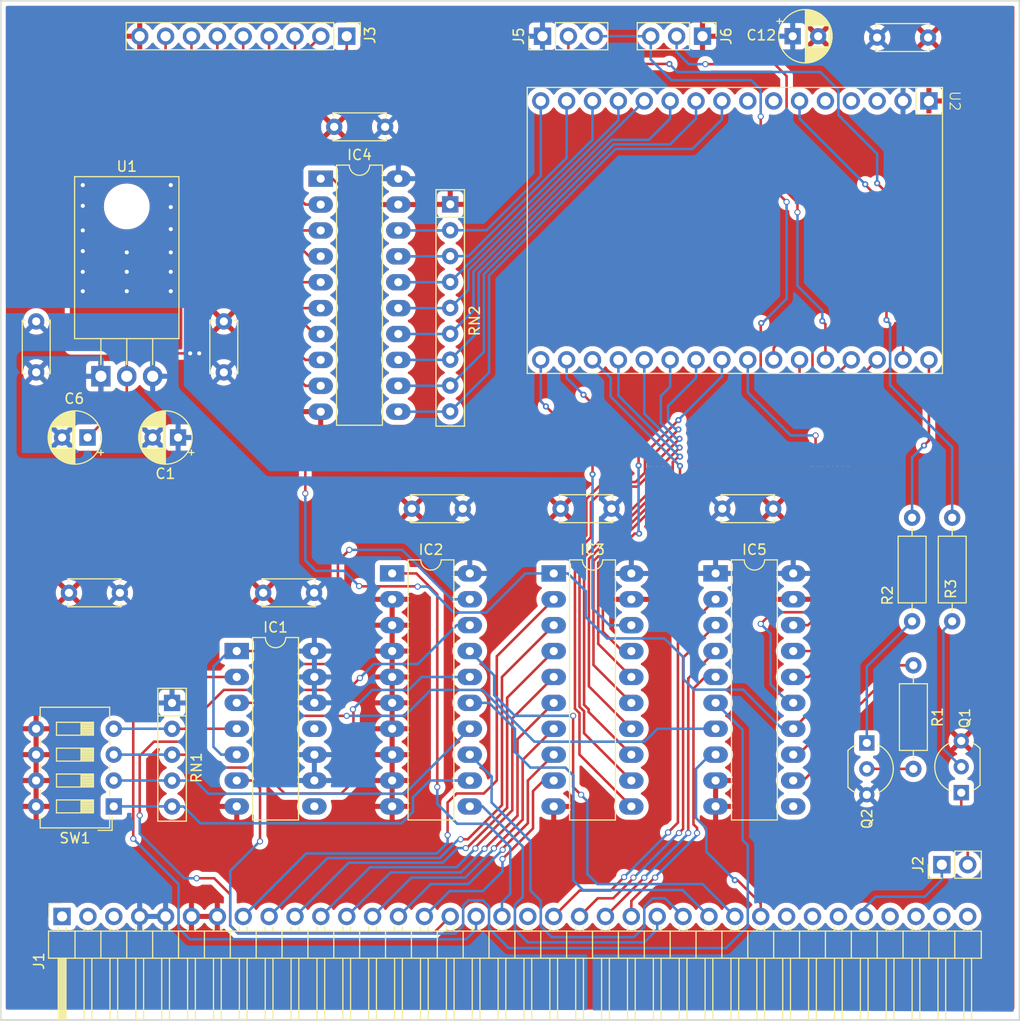
<source format=kicad_pcb>
(kicad_pcb (version 20221018) (generator pcbnew)
  (title_block (title "NKC-Ethernet") (rev "2.0") (company "AVG"))
  (layers (0 "F.Cu" signal) (31 "B.Cu" signal) (34 "B.Paste" user) (35 "F.Paste" user) (36 "B.SilkS" user "B.Silkscreen") (37 "F.SilkS" user "F.Silkscreen") (38 "B.Mask" user) (39 "F.Mask" user) (44 "Edge.Cuts" user))
  (net 0 "")
  (net 1 "GND")
  (net 2 "Net-(IC3-B0)")
  (net 3 "+3V3")
  (net 4 "Net-(IC3-B1)")
  (net 6 "Net-(IC3-B2)")
  (net 8 "Net-(IC3-B3)")
  (net 10 "Net-(IC3-B4)")
  (net 11 "Net-(U2-IRQ0)")
  (net 12 "Net-(IC3-B5)")
  (net 14 "Net-(IC3-B6)")
  (net 16 "Net-(IC3-B7)")
  (net 17 "Net-(IC4-B7)")
  (net 18 "Net-(IC5-B3)")
  (net 19 "Net-(IC4-B6)")
  (net 20 "Net-(IC5-B2)")
  (net 21 "Net-(IC4-B5)")
  (net 22 "Net-(IC5-B1)")
  (net 23 "Net-(IC4-B4)")
  (net 24 "Net-(J6-Pin_2)")
  (net 25 "Net-(IC4-B3)")
  (net 26 "Net-(IC3-A->B)")
  (net 27 "Net-(IC4-B2)")
  (net 28 "Net-(IC5-B5)")
  (net 29 "Net-(IC4-B1)")
  (net 30 "Net-(J5-Pin_2)")
  (net 31 "Net-(IC4-B0)")
  (net 32 "Net-(U2-RESET)")
  (net 33 "/{slash}RESET")
  (net 34 "Net-(IC5-B6)")
  (net 35 "VCC")
  (net 36 "Net-(Q1-B)")
  (net 37 "Net-(IC2-R7)")
  (net 38 "Net-(IC2-R6)")
  (net 39 "Net-(IC2-R5)")
  (net 40 "Net-(IC2-R4)")
  (net 41 "Net-(J2-Pin_2)")
  (net 42 "/{slash}IORQ")
  (net 43 "/A4")
  (net 44 "/A5")
  (net 45 "/A6")
  (net 46 "/A7")
  (net 47 "Net-(IC2-P=R)")
  (net 48 "/{slash}RD")
  (net 49 "/D0")
  (net 50 "/D1")
  (net 51 "/D2")
  (net 52 "/D3")
  (net 53 "/D4")
  (net 54 "/D5")
  (net 55 "/D6")
  (net 56 "/D7")
  (net 57 "/D8")
  (net 58 "/D9")
  (net 59 "/D10")
  (net 60 "/D11")
  (net 61 "/D12")
  (net 62 "/D13")
  (net 63 "/D14")
  (net 64 "/D15")
  (net 66 "/A0")
  (net 67 "/A1")
  (net 68 "/A2")
  (net 69 "/A3")
  (net 70 "Net-(IC5-A4)")
  (net 71 "Net-(IC5-A5)")
  (net 72 "Net-(IC5-B0)")
  (net 74 "/{slash}WR")
  (net 83 "/{slash}INT")
  (net 88 "Net-(Q2-B)")
  (net 89 "Net-(Q2-C)")
  (footprint "Package_TO_SOT_THT:TO-92_Inline_Wide" (layer "F.Cu") (at 122.174 158.242 -90)
    (fp_text reference "Q2")
    (fp_text value "BC557")
  )
  (footprint "Connector_PinHeader_2.54mm:PinHeader_1x03_P2.54mm_Vertical" (layer "F.Cu") (at 90.3374 88.9 90)
    (fp_text reference "J5")
    (fp_text value "SBHE_Jumper")
  )
  (footprint "Connector_PinHeader_2.54mm:PinHeader_1x02_P2.54mm_Vertical" (layer "F.Cu") (at 129.54 170.18 90)
    (fp_text reference "J2")
    (fp_text value "Jumper")
  )
  (footprint "Resistor_THT:R_Axial_DIN0207_L6.3mm_D2.5mm_P10.16mm_Horizontal" (layer "F.Cu") (at 126.619 136.144 -90)
    (fp_text reference "R2")
    (fp_text value "220")
  )
  (footprint "Resistor_THT:R_Axial_DIN0207_L6.3mm_D2.5mm_P10.16mm_Horizontal" (layer "F.Cu") (at 126.746 150.622 -90)
    (fp_text reference "R1")
    (fp_text value "1k")
  )
  (footprint "Housings_DIP:DIP-20_W7.62mm_LongPads" (layer "F.Cu") (at 107.33 141.605)
    (fp_text reference "IC5")
    (fp_text value "74LVC245")
  )
  (footprint "Capacitor_THT:C_Disc_D5.0mm_W2.5mm_P5.00mm" (layer "F.Cu") (at 48.855 143.51 180)
    (fp_text reference "C2" hide)
    (fp_text value "100nF")
  )
  (footprint "Capacitor_THT:C_Disc_D5.0mm_W2.5mm_P5.00mm" (layer "F.Cu") (at 40.64 116.88 -90)
    (fp_text reference "C11" hide)
    (fp_text value "100nF")
  )
  (footprint "Capacitor_THT:C_Disc_D5.0mm_W2.5mm_P5.00mm" (layer "F.Cu") (at 59.055 121.88 90)
    (fp_text reference "C10" hide)
    (fp_text value "100nF")
  )
  (footprint "Capacitor_THT:C_Disc_D5.0mm_W2.5mm_P5.00mm" (layer "F.Cu") (at 123.19 89.027)
    (fp_text reference "C5" hide)
    (fp_text value "100nF")
  )
  (footprint "Capacitor_THT:CP_Radial_D5.0mm_P2.50mm" (layer "F.Cu") (at 54.57 128.27 180)
    (fp_text reference "C1")
    (fp_text value "10µF")
  )
  (footprint "Capacitor_THT:C_Disc_D5.0mm_W2.5mm_P5.00mm" (layer "F.Cu") (at 112.99 135.255 180)
    (fp_text reference "C8" hide)
    (fp_text value "100nF")
  )
  (footprint "Capacitor_THT:C_Disc_D5.0mm_W2.5mm_P5.00mm" (layer "F.Cu") (at 67.92 143.51 180)
    (fp_text reference "C3" hide)
    (fp_text value "100nF")
  )
  (footprint "Connector_PinHeader_2.54mm:PinHeader_1x03_P2.54mm_Vertical" (layer "F.Cu") (at 106.045 88.9 -90)
    (fp_text reference "J6")
    (fp_text value "A0_Jumper")
  )
  (footprint "mylib:Olimex CS8900A-H" (layer "F.Cu") (at 128.27 95.25 -90)
    (fp_text reference "U2")
    (fp_text value "~")
  )
  (footprint "Resistor_THT:R_Array_SIP9" (layer "F.Cu") (at 81.28 105.395 -90)
    (fp_text reference "RN2")
    (fp_text value "1k")
  )
  (footprint "Capacitor_THT:C_Disc_D5.0mm_W2.5mm_P5.00mm" (layer "F.Cu") (at 69.89 97.79)
    (fp_text reference "C7" hide)
    (fp_text value "100nF")
  )
  (footprint "Capacitor_THT:C_Disc_D5.0mm_W2.5mm_P5.00mm" (layer "F.Cu") (at 97.115 135.255 180)
    (fp_text reference "C9" hide)
    (fp_text value "100nF")
  )
  (footprint "Housings_DIP:DIP-20_W7.62mm_LongPads" (layer "F.Cu") (at 75.58 141.605)
    (fp_text reference "IC2")
    (fp_text value "74LS688")
  )
  (footprint "Housings_DIP:DIP-14_W7.62mm_LongPads" (layer "F.Cu") (at 60.325 149.225)
    (fp_text reference "IC1")
    (fp_text value "74LS32")
  )
  (footprint "Package_TO_SOT_THT:TO-220-3_Horizontal_TabDown" (layer "F.Cu") (at 46.99 122.26)
    (fp_text reference "U1")
    (fp_text value "LT1086-3.3")
  )
  (footprint "Package_TO_SOT_THT:TO-92_Inline_Wide" (layer "F.Cu") (at 131.445 163.1188 90)
    (fp_text reference "Q1")
    (fp_text value "BC547")
  )
  (footprint "Capacitor_THT:CP_Radial_D5.0mm_P2.50mm" (layer "F.Cu") (at 45.68 128.27 180)
    (fp_text reference "C6")
    (fp_text value "10uF")
  )
  (footprint "mylib:PinHeader_1x36_P2.54mm_Horizontal" (layer "F.Cu") (at 132.08 175.26 -90)
    (fp_text reference "J1")
    (fp_text value "NKC-Bus")
  )
  (footprint "Housings_DIP:DIP-20_W7.62mm_LongPads" (layer "F.Cu") (at 91.44 141.61)
    (fp_text reference "IC3")
    (fp_text value "74LVC245")
  )
  (footprint "Capacitor_THT:CP_Radial_D5.0mm_P2.50mm" (layer "F.Cu") (at 114.8988 88.9)
    (fp_text reference "C12")
    (fp_text value "10uF")
  )
  (footprint "Connector_PinHeader_2.54mm:PinHeader_1x09_P2.54mm_Vertical" (layer "F.Cu") (at 71.12 88.9 -90)
    (fp_text reference "J3")
    (fp_text value "Conn_01x09")
  )
  (footprint "Capacitor_THT:C_Disc_D5.0mm_W2.5mm_P5.00mm" (layer "F.Cu") (at 82.51 135.255 180)
    (fp_text reference "C4" hide)
    (fp_text value "100nF")
  )
  (footprint "Housings_DIP:DIP-20_W7.62mm_LongPads" (layer "F.Cu") (at 68.565 102.875)
    (fp_text reference "IC4")
    (fp_text value "74LVC245")
  )
  (footprint "Button_Switch_THT:SW_DIP_SPSTx04_Slide_6.7x11.72mm_W7.62mm_P2.54mm_LowProfile" (layer "F.Cu") (at 48.25 164.465 180)
    (fp_text reference "SW1")
    (fp_text value "SW_DIP_x04")
  )
  (footprint "Resistor_THT:R_Axial_DIN0207_L6.3mm_D2.5mm_P10.16mm_Horizontal" (layer "F.Cu") (at 130.556 146.304 90)
    (fp_text reference "R3")
    (fp_text value "1k")
  )
  (footprint "Resistor_THT:R_Array_SIP5" (layer "F.Cu") (at 53.975 154.315 -90)
    (fp_text reference "RN1")
    (fp_text value "4k7")
  )
  (gr_line (start 137.16 85.42) (end 137.16 185.42) (stroke (width 0.15)) (layer "Edge.Cuts"))
  (gr_line (start 137.16 185.42) (end 37.16 185.42) (stroke (width 0.15)) (layer "Edge.Cuts"))
  (gr_line (start 37.16 185.42) (end 37.16 85.42) (stroke (width 0.15)) (layer "Edge.Cuts"))
  (gr_line (start 37.16 85.42) (end 137.16 85.42) (stroke (width 0.15)) (layer "Edge.Cuts"))
  (segment (start 106.045 88.9) (end 106.045 89.662) (width 0.25) (layer "F.Cu") (net 1))
  (segment (start 95.25 129.794) (end 90.678 125.222) (width 0.25) (layer "F.Cu") (net 2))
  (segment (start 95.25 131.8768) (end 95.25 129.794) (width 0.25) (layer "F.Cu") (net 2))
  (via (at 90.678 125.222) (size 0.6) (drill 0.3) (layers "F.Cu" "B.Cu") (net 2))
  (via (at 95.25 131.8768) (size 0.6) (drill 0.3) (layers "F.Cu" "B.Cu") (net 2))
  (segment (start 95.25 145.034) (end 96.906 146.69) (width 0.25) (layer "B.Cu") (net 2))
  (segment (start 95.25 131.8768) (end 95.25 145.034) (width 0.25) (layer "B.Cu") (net 2))
  (segment (start 96.906 146.69) (end 99.06 146.69) (width 0.25) (layer "B.Cu") (net 2))
  (segment (start 90.17 124.714) (end 90.678 125.222) (width 0.25) (layer "B.Cu") (net 2))
  (segment (start 90.17 120.65) (end 90.17 124.714) (width 0.25) (layer "B.Cu") (net 2))
  (segment (start 49.53 122.26) (end 49.53 124.42) (width 0.25) (layer "F.Cu") (net 3))
  (segment (start 56.642 120.015) (end 57.19 120.015) (width 0.25) (layer "F.Cu") (net 3))
  (segment (start 55.753 120.015) (end 56.642 120.015) (width 0.25) (layer "F.Cu") (net 3))
  (segment (start 49.657 120.015) (end 55.753 120.015) (width 0.25) (layer "F.Cu") (net 3))
  (segment (start 49.53 122.26) (end 49.53 119.888) (width 0.25) (layer "F.Cu") (net 3))
  (segment (start 57.19 120.015) (end 59.055 121.88) (width 0.25) (layer "F.Cu") (net 3))
  (segment (start 49.53 124.42) (end 45.68 128.27) (width 0.25) (layer "F.Cu") (net 3))
  (via (at 45.212 109.982) (size 0.6) (drill 0.4) (layers "F.Cu" "B.Cu") (net 3))
  (via (at 45.212 107.95) (size 0.6) (drill 0.4) (layers "F.Cu" "B.Cu") (net 3))
  (via (at 49.53 112.014) (size 0.6) (drill 0.4) (layers "F.Cu" "B.Cu") (net 3))
  (via (at 53.848 112.014) (size 0.6) (drill 0.4) (layers "F.Cu" "B.Cu") (net 3))
  (via (at 53.848 105.664) (size 0.6) (drill 0.4) (layers "F.Cu" "B.Cu") (net 3))
  (via (at 56.642 120.015) (size 0.6) (drill 0.4) (layers "F.Cu" "B.Cu") (net 3))
  (via (at 49.53 113.919) (size 0.6) (drill 0.4) (layers "F.Cu" "B.Cu") (net 3))
  (via (at 45.212 112.014) (size 0.6) (drill 0.4) (layers "F.Cu" "B.Cu") (net 3))
  (via (at 53.848 103.505) (size 0.6) (drill 0.4) (layers "F.Cu" "B.Cu") (net 3))
  (via (at 49.53 110.109) (size 0.6) (drill 0.4) (layers "F.Cu" "B.Cu") (net 3))
  (via (at 53.848 113.919) (size 0.6) (drill 0.4) (layers "F.Cu" "B.Cu") (net 3))
  (via (at 53.848 107.823) (size 0.6) (drill 0.4) (layers "F.Cu" "B.Cu") (net 3))
  (via (at 45.212 113.919) (size 0.6) (drill 0.4) (layers "F.Cu" "B.Cu") (net 3))
  (via (at 53.848 110.109) (size 0.6) (drill 0.4) (layers "F.Cu" "B.Cu") (net 3))
  (via (at 45.212 103.505) (size 0.6) (drill 0.4) (layers "F.Cu" "B.Cu") (net 3))
  (via (at 45.212 105.537) (size 0.6) (drill 0.4) (layers "F.Cu" "B.Cu") (net 3))
  (via (at 55.753 120.015) (size 0.6) (drill 0.4) (layers "F.Cu" "B.Cu") (net 3))
  (segment (start 99.380411 137.703189) (end 96.266 140.8176) (width 0.25) (layer "F.Cu") (net 4))
  (segment (start 96.266 147.32) (end 98.176 149.23) (width 0.25) (layer "F.Cu") (net 4))
  (segment (start 96.266 140.8176) (end 96.266 147.32) (width 0.25) (layer "F.Cu") (net 4))
  (segment (start 99.822 137.703189) (end 99.380411 137.703189) (width 0.25) (layer "F.Cu") (net 4))
  (segment (start 99.7712 131.0132) (end 99.7712 129.4892) (width 0.25) (layer "F.Cu") (net 4))
  (segment (start 94.361 124.079) (end 99.7712 129.4892) (width 0.25) (layer "F.Cu") (net 4))
  (via (at 99.7712 131.0132) (size 0.6) (drill 0.3) (layers "F.Cu" "B.Cu") (net 4))
  (via (at 94.361 124.079) (size 0.6) (drill 0.3) (layers "F.Cu" "B.Cu") (net 4))
  (via (at 99.822 137.703189) (size 0.6) (drill 0.3) (layers "F.Cu" "B.Cu") (net 4))
  (segment (start 92.71 122.428) (end 92.71 120.65) (width 0.25) (layer "B.Cu") (net 4))
  (segment (start 99.7712 137.652389) (end 99.7712 131.0132) (width 0.25) (layer "B.Cu") (net 4))
  (segment (start 99.822 137.703189) (end 99.7712 137.652389) (width 0.25) (layer "B.Cu") (net 4))
  (segment (start 94.361 124.079) (end 92.71 122.428) (width 0.25) (layer "B.Cu") (net 4))
  (segment (start 103.8352 131.064) (end 103.8352 132.539992) (width 0.25) (layer "F.Cu") (net 6))
  (segment (start 95.8088 140.566392) (end 95.8088 148.5188) (width 0.25) (layer "F.Cu") (net 6))
  (segment (start 95.8088 148.5188) (end 99.06 151.77) (width 0.25) (layer "F.Cu") (net 6))
  (segment (start 103.8352 132.539992) (end 95.8088 140.566392) (width 0.25) (layer "F.Cu") (net 6))
  (via (at 103.8352 131.064) (size 0.6) (drill 0.3) (layers "F.Cu" "B.Cu") (net 6))
  (segment (start 97.028 122.428) (end 97.028 124.2568) (width 0.25) (layer "B.Cu") (net 6))
  (segment (start 95.25 120.65) (end 97.028 122.428) (width 0.25) (layer "B.Cu") (net 6))
  (segment (start 97.028 124.2568) (end 103.8352 131.064) (width 0.25) (layer "B.Cu") (net 6))
  (segment (start 95.3444 150.5944) (end 95.3444 140.394396) (width 0.25) (layer "F.Cu") (net 8))
  (segment (start 99.06 154.31) (end 95.3444 150.5944) (width 0.25) (layer "F.Cu") (net 8))
  (segment (start 103.6828 130.1496) (end 103.8352 130.1496) (width 0.25) (layer "F.Cu") (net 8))
  (segment (start 103.8352 129.9972) (end 103.7336 130.0988) (width 0.25) (layer "F.Cu") (net 8))
  (segment (start 103.124 132.614796) (end 103.124 130.7084) (width 0.25) (layer "F.Cu") (net 8))
  (segment (start 95.3444 140.394396) (end 103.124 132.614796) (width 0.25) (layer "F.Cu") (net 8))
  (segment (start 103.124 130.7084) (end 103.6828 130.1496) (width 0.25) (layer "F.Cu") (net 8))
  (segment (start 103.8352 130.1496) (end 103.8352 129.9972) (width 0.25) (layer "F.Cu") (net 8))
  (via (at 103.8352 130.1496) (size 0.6) (drill 0.3) (layers "F.Cu" "B.Cu") (net 8))
  (segment (start 97.79 124.1552) (end 103.7844 130.1496) (width 0.25) (layer "B.Cu") (net 8))
  (segment (start 97.79 120.65) (end 97.79 124.1552) (width 0.25) (layer "B.Cu") (net 8))
  (segment (start 103.7844 130.1496) (end 103.8352 130.1496) (width 0.25) (layer "B.Cu") (net 8))
  (segment (start 102.4636 130.600977) (end 102.4636 132.614796) (width 0.25) (layer "F.Cu") (net 10))
  (segment (start 102.4636 132.614796) (end 94.8944 140.183996) (width 0.25) (layer "F.Cu") (net 10))
  (segment (start 94.8944 152.6844) (end 99.06 156.85) (width 0.25) (layer "F.Cu") (net 10))
  (segment (start 103.798772 129.265805) (end 102.4636 130.600977) (width 0.25) (layer "F.Cu") (net 10))
  (segment (start 94.8944 140.183996) (end 94.8944 152.6844) (width 0.25) (layer "F.Cu") (net 10))
  (via (at 103.798772 129.265805) (size 0.6) (drill 0.3) (layers "F.Cu" "B.Cu") (net 10))
  (segment (start 100.33 125.9332) (end 103.662605 129.265805) (width 0.25) (layer "B.Cu") (net 10))
  (segment (start 100.33 120.65) (end 100.33 125.9332) (width 0.25) (layer "B.Cu") (net 10))
  (segment (start 103.662605 129.265805) (end 103.798772 129.265805) (width 0.25) (layer "B.Cu") (net 10))
  (segment (start 124.1044 105.5624) (end 124.1044 116.7384) (width 0.25) (layer "F.Cu") (net 11))
  (segment (start 122.0216 103.4288) (end 122.0216 103.4796) (width 0.25) (layer "F.Cu") (net 11))
  (segment (start 122.0216 103.4796) (end 124.1044 105.5624) (width 0.25) (layer "F.Cu") (net 11))
  (via (at 124.1044 116.7384) (size 0.6) (drill 0.3) (layers "F.Cu" "B.Cu") (net 11))
  (via (at 122.0216 103.4288) (size 0.6) (drill 0.3) (layers "F.Cu" "B.Cu") (net 11))
  (segment (start 115.57 96.9772) (end 115.57 95.25) (width 0.25) (layer "B.Cu") (net 11))
  (segment (start 124.1044 116.7384) (end 124.46 117.094) (width 0.25) (layer "B.Cu") (net 11))
  (segment (start 124.46 123.1392) (end 124.46 117.094) (width 0.25) (layer "B.Cu") (net 11))
  (segment (start 124.46 123.1392) (end 130.556 129.2352) (width 0.25) (layer "B.Cu") (net 11))
  (segment (start 130.556 136.144) (end 130.556 129.2352) (width 0.25) (layer "B.Cu") (net 11))
  (segment (start 122.0216 103.4288) (end 115.57 96.9772) (width 0.25) (layer "B.Cu") (net 11))
  (segment (start 94.87 155.2) (end 99.06 159.39) (width 0.25) (layer "F.Cu") (net 12))
  (segment (start 101.9048 130.2766) (end 101.9048 132.5372) (width 0.25) (layer "F.Cu") (net 12))
  (segment (start 94.4228 140.0192) (end 94.4228 154.496124) (width 0.25) (layer "F.Cu") (net 12))
  (segment (start 94.87 154.943324) (end 94.87 155.2) (width 0.25) (layer "F.Cu") (net 12))
  (segment (start 101.9048 132.5372) (end 94.4228 140.0192) (width 0.25) (layer "F.Cu") (net 12))
  (segment (start 94.4228 154.496124) (end 94.87 154.943324) (width 0.25) (layer "F.Cu") (net 12))
  (segment (start 103.7844 128.397) (end 101.9048 130.2766) (width 0.25) (layer "F.Cu") (net 12))
  (via (at 103.7844 128.397) (size 0.6) (drill 0.3) (layers "F.Cu" "B.Cu") (net 12))
  (segment (start 103.7844 128.397) (end 103.505 128.397) (width 0.25) (layer "B.Cu") (net 12))
  (segment (start 102.87 123.2916) (end 102.87 120.65) (width 0.25) (layer "B.Cu") (net 12))
  (segment (start 101.9556 124.206) (end 102.87 123.2916) (width 0.25) (layer "B.Cu") (net 12))
  (segment (start 101.9556 126.8476) (end 101.9556 124.206) (width 0.25) (layer "B.Cu") (net 12))
  (segment (start 103.505 128.397) (end 101.9556 126.8476) (width 0.25) (layer "B.Cu") (net 12))
  (segment (start 95.0904 138.057596) (end 95.0904 134.6272) (width 0.25) (layer "F.Cu") (net 14))
  (segment (start 101.3388 129.8266) (end 103.6828 127.4826) (width 0.25) (layer "F.Cu") (net 14))
  (segment (start 93.9728 154.68252) (end 93.9728 139.175196) (width 0.25) (layer "F.Cu") (net 14))
  (segment (start 99.652796 133.0888) (end 101.3388 131.402796) (width 0.25) (layer "F.Cu") (net 14))
  (segment (start 94.42 157.29) (end 94.42 155.12972) (width 0.25) (layer "F.Cu") (net 14))
  (segment (start 95.0904 134.6272) (end 96.6288 133.0888) (width 0.25) (layer "F.Cu") (net 14))
  (segment (start 93.9728 139.175196) (end 95.0904 138.057596) (width 0.25) (layer "F.Cu") (net 14))
  (segment (start 101.3388 131.402796) (end 101.3388 129.8266) (width 0.25) (layer "F.Cu") (net 14))
  (segment (start 99.06 161.93) (end 94.42 157.29) (width 0.25) (layer "F.Cu") (net 14))
  (segment (start 94.42 155.12972) (end 93.9728 154.68252) (width 0.25) (layer "F.Cu") (net 14))
  (segment (start 96.6288 133.0888) (end 99.652796 133.0888) (width 0.25) (layer "F.Cu") (net 14))
  (via (at 103.6828 127.4826) (size 0.6) (drill 0.3) (layers "F.Cu" "B.Cu") (net 14))
  (segment (start 103.4288 127.4826) (end 102.6668 126.7206) (width 0.25) (layer "B.Cu") (net 14))
  (segment (start 102.6668 125.1712) (end 105.41 122.428) (width 0.25) (layer "B.Cu") (net 14))
  (segment (start 105.41 122.428) (end 105.41 120.65) (width 0.25) (layer "B.Cu") (net 14))
  (segment (start 102.6668 126.7206) (end 102.6668 125.1712) (width 0.25) (layer "B.Cu") (net 14))
  (segment (start 103.6828 127.4826) (end 103.4288 127.4826) (width 0.25) (layer "B.Cu") (net 14))
  (segment (start 93.5228 138.9888) (end 94.6404 137.8712) (width 0.25) (layer "F.Cu") (net 16))
  (segment (start 93.5228 154.868916) (end 93.5228 138.9888) (width 0.25) (layer "F.Cu") (net 16))
  (segment (start 96.3168 132.6388) (end 99.4664 132.6388) (width 0.25) (layer "F.Cu") (net 16))
  (segment (start 99.06 164.47) (end 93.97 159.38) (width 0.25) (layer "F.Cu") (net 16))
  (segment (start 93.97 155.316116) (end 93.5228 154.868916) (width 0.25) (layer "F.Cu") (net 16))
  (segment (start 99.4664 132.6388) (end 100.3962 131.709) (width 0.25) (layer "F.Cu") (net 16))
  (segment (start 100.3962 131.709) (end 100.3962 129.8548) (width 0.25) (layer "F.Cu") (net 16))
  (segment (start 100.3962 129.8548) (end 103.6828 126.5682) (width 0.25) (layer "F.Cu") (net 16))
  (segment (start 93.97 159.38) (end 93.97 155.316116) (width 0.25) (layer "F.Cu") (net 16))
  (segment (start 94.6404 137.8712) (end 94.6404 134.3152) (width 0.25) (layer "F.Cu") (net 16))
  (segment (start 94.6404 134.3152) (end 96.3168 132.6388) (width 0.25) (layer "F.Cu") (net 16))
  (via (at 103.6828 126.5682) (size 0.6) (drill 0.3) (layers "F.Cu" "B.Cu") (net 16))
  (segment (start 107.95 122.2756) (end 107.95 120.65) (width 0.25) (layer "B.Cu") (net 16))
  (segment (start 103.6828 126.5428) (end 107.95 122.2756) (width 0.25) (layer "B.Cu") (net 16))
  (segment (start 103.6828 126.5682) (end 103.6828 126.5428) (width 0.25) (layer "B.Cu") (net 16))
  (segment (start 107.95 95.25) (end 107.95 97.0644) (width 0.25) (layer "B.Cu") (net 17))
  (segment (start 107.95 97.0644) (end 105.0544 99.96) (width 0.25) (layer "B.Cu") (net 17))
  (segment (start 85.09 112.38698) (end 97.51698 99.96) (width 0.25) (layer "B.Cu") (net 17))
  (segment (start 81.28 125.715) (end 85.09 121.905) (width 0.25) (layer "B.Cu") (net 17))
  (segment (start 76.185 125.735) (end 81.26 125.735) (width 0.25) (layer "B.Cu") (net 17))
  (segment (start 97.51698 99.96) (end 105.0544 99.96) (width 0.25) (layer "B.Cu") (net 17))
  (segment (start 85.09 121.905) (end 85.09 112.38698) (width 0.25) (layer "B.Cu") (net 17))
  (segment (start 117.1448 132.1308) (end 117.602 132.588) (width 0.25) (layer "F.Cu") (net 18))
  (segment (start 117.1448 128.0668) (end 117.1448 132.1308) (width 0.25) (layer "F.Cu") (net 18))
  (segment (start 117.602 144.526) (end 116.713 145.415) (width 0.25) (layer "F.Cu") (net 18))
  (segment (start 116.713 145.415) (end 112.903 145.415) (width 0.25) (layer "F.Cu") (net 18))
  (segment (start 117.602 132.588) (end 117.602 144.526) (width 0.25) (layer "F.Cu") (net 18))
  (segment (start 112.903 145.415) (end 111.76 146.558) (width 0.25) (layer "F.Cu") (net 18))
  (via (at 111.76 146.558) (size 0.6) (drill 0.4) (layers "F.Cu" "B.Cu") (net 18))
  (via (at 117.1448 128.0668) (size 0.6) (drill 0.4) (layers "F.Cu" "B.Cu") (net 18))
  (segment (start 112.7252 147.5232) (end 111.76 146.558) (width 0.25) (layer "B.Cu") (net 18))
  (segment (start 114.7064 128.0668) (end 110.49 123.8504) (width 0.25) (layer "B.Cu") (net 18))
  (segment (start 110.49 123.8504) (end 110.49 120.65) (width 0.25) (layer "B.Cu") (net 18))
  (segment (start 112.7252 152.5016) (end 112.7252 147.5232) (width 0.25) (layer "B.Cu") (net 18))
  (segment (start 117.1448 128.0668) (end 114.7064 128.0668) (width 0.25) (layer "B.Cu") (net 18))
  (segment (start 114.5286 154.305) (end 112.7252 152.5016) (width 0.25) (layer "B.Cu") (net 18))
  (segment (start 105.41 96.97) (end 102.87 99.51) (width 0.25) (layer "B.Cu") (net 19))
  (segment (start 105.41 95.25) (end 105.41 96.97) (width 0.25) (layer "B.Cu") (net 19))
  (segment (start 76.185 123.195) (end 81.26 123.195) (width 0.25) (layer "B.Cu") (net 19))
  (segment (start 84.582 112.258584) (end 97.330584 99.51) (width 0.25) (layer "B.Cu") (net 19))
  (segment (start 81.28 123.175) (end 84.582 119.873) (width 0.25) (layer "B.Cu") (net 19))
  (segment (start 84.582 119.873) (end 84.582 112.258584) (width 0.25) (layer "B.Cu") (net 19))
  (segment (start 97.330584 99.51) (end 102.87 99.51) (width 0.25) (layer "B.Cu") (net 19))
  (segment (start 113.03 120.65) (end 113.03 119.4816) (width 0.25) (layer "F.Cu") (net 20))
  (segment (start 113.6904 118.8212) (end 116.1288 118.8212) (width 0.25) (layer "F.Cu") (net 20))
  (segment (start 116.84 122.8344) (end 119.0752 125.0696) (width 0.25) (layer "F.Cu") (net 20))
  (segment (start 119.0752 149.1488) (end 116.459 151.765) (width 0.25) (layer "F.Cu") (net 20))
  (segment (start 116.1288 118.8212) (end 116.84 119.5324) (width 0.25) (layer "F.Cu") (net 20))
  (segment (start 116.459 151.765) (end 114.95 151.765) (width 0.25) (layer "F.Cu") (net 20))
  (segment (start 119.0752 125.0696) (end 119.0752 149.1488) (width 0.25) (layer "F.Cu") (net 20))
  (segment (start 113.03 119.4816) (end 113.6904 118.8212) (width 0.25) (layer "F.Cu") (net 20))
  (segment (start 116.84 119.5324) (end 116.84 122.8344) (width 0.25) (layer "F.Cu") (net 20))
  (segment (start 97.144188 99.06) (end 100.6856 99.06) (width 0.25) (layer "B.Cu") (net 21))
  (segment (start 84.074 117.841) (end 84.074 112.130188) (width 0.25) (layer "B.Cu") (net 21))
  (segment (start 102.87 96.9772) (end 100.7872 99.06) (width 0.25) (layer "B.Cu") (net 21))
  (segment (start 100.7872 99.06) (end 100.6856 99.06) (width 0.25) (layer "B.Cu") (net 21))
  (segment (start 84.074 112.130188) (end 97.144188 99.06) (width 0.25) (layer "B.Cu") (net 21))
  (segment (start 81.28 120.635) (end 84.074 117.841) (width 0.25) (layer "B.Cu") (net 21))
  (segment (start 76.185 120.655) (end 81.26 120.655) (width 0.25) (layer "B.Cu") (net 21))
  (segment (start 102.87 95.25) (end 102.87 96.9772) (width 0.25) (layer "B.Cu") (net 21))
  (segment (start 118.618 147.32) (end 116.713 149.225) (width 0.25) (layer "F.Cu") (net 22))
  (segment (start 118.618 125.7808) (end 118.618 147.32) (width 0.25) (layer "F.Cu") (net 22))
  (segment (start 115.57 122.7328) (end 118.618 125.7808) (width 0.25) (layer "F.Cu") (net 22))
  (segment (start 116.713 149.225) (end 114.95 149.225) (width 0.25) (layer "F.Cu") (net 22))
  (segment (start 115.57 120.65) (end 115.57 122.7328) (width 0.25) (layer "F.Cu") (net 22))
  (segment (start 76.185 118.115) (end 81.26 118.115) (width 0.25) (layer "B.Cu") (net 23))
  (segment (start 83.566 112.001792) (end 97.015792 98.552) (width 0.25) (layer "B.Cu") (net 23))
  (segment (start 100.33 95.25) (end 97.028 98.552) (width 0.25) (layer "B.Cu") (net 23))
  (segment (start 81.28 118.095) (end 83.566 115.809) (width 0.25) (layer "B.Cu") (net 23))
  (segment (start 97.028 98.552) (end 97.015792 98.552) (width 0.25) (layer "B.Cu") (net 23))
  (segment (start 83.566 115.809) (end 83.566 112.001792) (width 0.25) (layer "B.Cu") (net 23))
  (segment (start 118.11 117.1448) (end 117.8052 116.84) (width 0.25) (layer "F.Cu") (net 24))
  (segment (start 115.3668 106.172) (end 115.3668 105.2322) (width 0.25) (layer "F.Cu") (net 24))
  (segment (start 114.3 92.8116) (end 113.1316 91.6432) (width 0.25) (layer "F.Cu") (net 24))
  (segment (start 113.1316 91.6432) (end 106.3244 91.6432) (width 0.25) (layer "F.Cu") (net 24))
  (segment (start 114.3 104.1654) (end 114.3 92.8116) (width 0.25) (layer "F.Cu") (net 24))
  (segment (start 118.11 120.65) (end 118.11 117.1448) (width 0.25) (layer "F.Cu") (net 24))
  (segment (start 115.3668 105.2322) (end 114.3 104.1654) (width 0.25) (layer "F.Cu") (net 24))
  (via (at 106.3244 91.6432) (size 0.6) (drill 0.4) (layers "F.Cu" "B.Cu") (net 24))
  (via (at 117.8052 116.84) (size 0.6) (drill 0.3) (layers "F.Cu" "B.Cu") (net 24))
  (via (at 115.3668 106.172) (size 0.6) (drill 0.4) (layers "F.Cu" "B.Cu") (net 24))
  (segment (start 115.3668 113.3856) (end 117.8052 115.824) (width 0.25) (layer "B.Cu") (net 24))
  (segment (start 104.6988 91.6432) (end 103.505 90.4494) (width 0.25) (layer "B.Cu") (net 24))
  (segment (start 117.8052 115.824) (end 117.8052 116.84) (width 0.25) (layer "B.Cu") (net 24))
  (segment (start 106.3244 91.6432) (end 104.6988 91.6432) (width 0.25) (layer "B.Cu") (net 24))
  (segment (start 103.505 90.4494) (end 103.505 88.9) (width 0.25) (layer "B.Cu") (net 24))
  (segment (start 115.3668 106.172) (end 115.3668 113.3856) (width 0.25) (layer "B.Cu") (net 24))
  (segment (start 97.79 97.141396) (end 83.058 111.873396) (width 0.25) (layer "B.Cu") (net 25))
  (segment (start 83.058 113.777) (end 81.28 115.555) (width 0.25) (layer "B.Cu") (net 25))
  (segment (start 76.185 115.575) (end 81.26 115.575) (width 0.25) (layer "B.Cu") (net 25))
  (segment (start 97.79 95.25) (end 97.79 97.141396) (width 0.25) (layer "B.Cu") (net 25))
  (segment (start 83.058 111.873396) (end 83.058 113.777) (width 0.25) (layer "B.Cu") (net 25))
  (segment (start 72.3646 142.875) (end 78.0542 142.875) (width 0.25) (layer "F.Cu") (net 26))
  (segment (start 69.728 102.875) (end 68.565 102.875) (width 0.25) (layer "F.Cu") (net 26))
  (segment (start 119.5252 121.7748) (end 119.5252 152.2698) (width 0.25) (layer "F.Cu") (net 26))
  (segment (start 67.056 130.556) (end 70.739 126.873) (width 0.25) (layer "F.Cu") (net 26))
  (segment (start 120.65 120.65) (end 119.5252 121.7748) (width 0.25) (layer "F.Cu") (net 26))
  (segment (start 67.056 133.7564) (end 67.056 130.556) (width 0.25) (layer "F.Cu") (net 26))
  (segment (start 78.0542 142.875) (end 78.0796 142.9004) (width 0.25) (layer "F.Cu") (net 26))
  (segment (start 70.739 126.873) (end 70.739 103.886) (width 0.25) (layer "F.Cu") (net 26))
  (segment (start 72.3392 142.8496) (end 72.3646 142.875) (width 0.25) (layer "F.Cu") (net 26))
  (segment (start 70.739 103.886) (end 69.728 102.875) (width 0.25) (layer "F.Cu") (net 26))
  (segment (start 119.5252 152.2698) (end 114.95 156.845) (width 0.25) (layer "F.Cu") (net 26))
  (via (at 67.056 133.7564) (size 0.6) (drill 0.4) (layers "F.Cu" "B.Cu") (net 26))
  (via (at 72.3392 142.8496) (size 0.6) (drill 0.4) (layers "F.Cu" "B.Cu") (net 26))
  (via (at 78.0796 142.9004) (size 0.6) (drill 0.4) (layers "F.Cu" "B.Cu") (net 26))
  (segment (start 81.6356 145.4404) (end 84.836 145.4404) (width 0.25) (layer "B.Cu") (net 26))
  (segment (start 96.6724 147.9804) (end 94.5896 145.8976) (width 0.25) (layer "B.Cu") (net 26))
  (segment (start 92.842 141.61) (end 91.44 141.61) (width 0.25) (layer "B.Cu") (net 26))
  (segment (start 114.95 156.845) (end 113.8682 156.845) (width 0.25) (layer "B.Cu") (net 26))
  (segment (start 105.2068 153.0096) (end 104.1908 151.9936) (width 0.25) (layer "B.Cu") (net 26))
  (segment (start 79.0956 142.9004) (end 81.6356 145.4404) (width 0.25) (layer "B.Cu") (net 26))
  (segment (start 94.5896 145.8976) (end 94.5896 143.3576) (width 0.25) (layer "B.Cu") (net 26))
  (segment (start 84.836 145.4404) (end 88.6664 141.61) (width 0.25) (layer "B.Cu") (net 26))
  (segment (start 72.3392 142.8496) (end 70.8406 141.351) (width 0.25) (layer "B.Cu") (net 26))
  (segment (start 88.6664 141.61) (end 91.44 141.61) (width 0.25) (layer "B.Cu") (net 26))
  (segment (start 78.0796 142.9004) (end 79.0956 142.9004) (width 0.25) (layer "B.Cu") (net 26))
  (segment (start 70.8406 141.351) (end 68.072 141.351) (width 0.25) (layer "B.Cu") (net 26))
  (segment (start 102.3112 147.9804) (end 96.6724 147.9804) (width 0.25) (layer "B.Cu") (net 26))
  (segment (start 113.8682 156.845) (end 110.0328 153.0096) (width 0.25) (layer "B.Cu") (net 26))
  (segment (start 67.056 133.7564) (end 67.056 140.208) (width 0.25) (layer "B.Cu") (net 26))
  (segment (start 104.1908 151.9936) (end 104.1908 149.86) (width 0.25) (layer "B.Cu") (net 26))
  (segment (start 67.056 140.335) (end 68.072 141.351) (width 0.25) (layer "B.Cu") (net 26))
  (segment (start 110.0328 153.0096) (end 105.2068 153.0096) (width 0.25) (layer "B.Cu") (net 26))
  (segment (start 94.5896 143.3576) (end 92.842 141.61) (width 0.25) (layer "B.Cu") (net 26))
  (segment (start 104.1908 149.86) (end 102.3112 147.9804) (width 0.25) (layer "B.Cu") (net 26))
  (segment (start 76.185 113.035) (end 81.26 113.035) (width 0.25) (layer "B.Cu") (net 27))
  (segment (start 81.28 113.015) (end 95.2171 99.0779) (width 0.25) (layer "B.Cu") (net 27))
  (segment (start 95.25 95.25) (end 95.25 99.045) (width 0.25) (layer "B.Cu") (net 27))
  (segment (start 95.25 99.045) (end 95.2171 99.0779) (width 0.25) (layer "B.Cu") (net 27))
  (segment (start 119.9752 154.8528) (end 115.443 159.385) (width 0.25) (layer "F.Cu") (net 28))
  (segment (start 123.19 120.65) (end 121.1 122.74) (width 0.25) (layer "F.Cu") (net 28))
  (segment (start 119.9752 127.566) (end 119.9752 154.8528) (width 0.25) (layer "F.Cu") (net 28))
  (segment (start 121.1 122.74) (end 121.1 126.4412) (width 0.25) (layer "F.Cu") (net 28))
  (segment (start 121.1 126.4412) (end 119.9752 127.566) (width 0.25) (layer "F.Cu") (net 28))
  (segment (start 83.073 110.475) (end 92.71 100.838) (width 0.25) (layer "B.Cu") (net 29))
  (segment (start 81.28 110.475) (end 83.073 110.475) (width 0.25) (layer "B.Cu") (net 29))
  (segment (start 76.185 110.495) (end 81.26 110.495) (width 0.25) (layer "B.Cu") (net 29))
  (segment (start 92.71 100.838) (end 92.71 95.25) (width 0.25) (layer "B.Cu") (net 29))
  (segment (start 102.7938 91.6178) (end 94.0562 91.6178) (width 0.25) (layer "F.Cu") (net 30))
  (segment (start 92.8774 90.439) (end 92.8774 88.9) (width 0.25) (layer "F.Cu") (net 30))
  (segment (start 94.0562 91.6178) (end 92.8774 90.439) (width 0.25) (layer "F.Cu") (net 30))
  (segment (start 125.73 120.65) (end 125.73 105.8672) (width 0.25) (layer "F.Cu") (net 30))
  (segment (start 125.73 105.8672) (end 123.19 103.3272) (width 0.25) (layer "F.Cu") (net 30))
  (via (at 102.7938 91.6178) (size 0.6) (drill 0.3) (layers "F.Cu" "B.Cu") (net 30))
  (via (at 123.19 103.3272) (size 0.6) (drill 0.3) (layers "F.Cu" "B.Cu") (net 30))
  (segment (start 103.5812 92.4052) (end 117.602 92.4052) (width 0.25) (layer "B.Cu") (net 30))
  (segment (start 102.7938 91.6178) (end 103.5812 92.4052) (width 0.25) (layer "B.Cu") (net 30))
  (segment (start 119.38 94.1832) (end 119.38 96.6216) (width 0.25) (layer "B.Cu") (net 30))
  (segment (start 117.602 92.4052) (end 119.38 94.1832) (width 0.25) (layer "B.Cu") (net 30))
  (segment (start 119.38 96.6216) (end 123.19 100.4316) (width 0.25) (layer "B.Cu") (net 30))
  (segment (start 123.19 100.4316) (end 123.19 103.3272) (width 0.25) (layer "B.Cu") (net 30))
  (segment (start 90.17 102.616) (end 90.17 95.25) (width 0.25) (layer "B.Cu") (net 31))
  (segment (start 84.851 107.935) (end 90.17 102.616) (width 0.25) (layer "B.Cu") (net 31))
  (segment (start 76.185 107.955) (end 81.26 107.955) (width 0.25) (layer "B.Cu") (net 31))
  (segment (start 81.28 107.935) (end 84.851 107.935) (width 0.25) (layer "B.Cu") (net 31))
  (segment (start 128.27 128.5748) (end 127.7874 129.0574) (width 0.25) (layer "F.Cu") (net 32))
  (segment (start 128.27 120.65) (end 128.27 128.5748) (width 0.25) (layer "F.Cu") (net 32))
  (via (at 127.7874 129.0574) (size 0.6) (drill 0.3) (layers "F.Cu" "B.Cu") (net 32))
  (segment (start 127.7874 129.0574) (end 126.619 130.2258) (width 0.25) (layer "B.Cu") (net 32))
  (segment (start 126.619 130.2258) (end 126.619 136.144) (width 0.25) (layer "B.Cu") (net 32))
  (segment (start 109.22 171.704) (end 109.474 171.704) (width 0.25) (layer "F.Cu") (net 33))
  (segment (start 109.474 171.704) (end 111.76 173.99) (width 0.25) (layer "F.Cu") (net 33))
  (segment (start 111.76 173.99) (end 111.76 175.26) (width 0.25) (layer "F.Cu") (net 33))
  (via (at 109.22 171.704) (size 0.6) (drill 0.3) (layers "F.Cu" "B.Cu") (net 33))
  (segment (start 105.41 165.608) (end 105.41 160.782) (width 0.25) (layer "B.Cu") (net 33))
  (segment (start 106.426 166.624) (end 105.41 165.608) (width 0.25) (layer "B.Cu") (net 33))
  (segment (start 106.426 168.91) (end 106.426 166.624) (width 0.25) (layer "B.Cu") (net 33))
  (segment (start 109.22 171.704) (end 106.426 168.91) (width 0.25) (layer "B.Cu") (net 33))
  (segment (start 105.41 160.782) (end 106.807 159.385) (width 0.25) (layer "B.Cu") (net 33))
  (segment (start 117.094 158.877) (end 125.349 150.622) (width 0.25) (layer "F.Cu") (net 34))
  (segment (start 125.349 150.622) (end 126.746 150.622) (width 0.25) (layer "F.Cu") (net 34))
  (segment (start 115.951 161.925) (end 117.094 160.782) (width 0.25) (layer "F.Cu") (net 34))
  (segment (start 117.094 160.782) (end 117.094 158.877) (width 0.25) (layer "F.Cu") (net 34))
  (segment (start 67.945 159.385) (end 67.945 161.925) (width 0.25) (layer "F.Cu") (net 35))
  (segment (start 129.6924 158.8262) (end 131.445 160.5788) (width 0.25) (layer "B.Cu") (net 36))
  (segment (start 129.6924 147.1676) (end 129.6924 158.8262) (width 0.25) (layer "B.Cu") (net 36))
  (segment (start 130.556 146.304) (end 129.6924 147.1676) (width 0.25) (layer "B.Cu") (net 36))
  (segment (start 59.055 153.035) (end 55.235 156.855) (width 0.25) (layer "F.Cu") (net 37))
  (segment (start 55.235 156.855) (end 53.975 156.855) (width 0.25) (layer "F.Cu") (net 37))
  (segment (start 71.247 153.035) (end 59.055 153.035) (width 0.25) (layer "F.Cu") (net 37))
  (segment (start 72.4154 151.8666) (end 71.247 153.035) (width 0.25) (layer "F.Cu") (net 37))
  (via (at 72.4154 151.8666) (size 0.6) (drill 0.4) (layers "F.Cu" "B.Cu") (net 37))
  (segment (start 81.915 146.685) (end 83.2 146.685) (width 0.25) (layer "B.Cu") (net 37))
  (segment (start 48.25 156.845) (end 53.965 156.845) (width 0.25) (layer "B.Cu") (net 37))
  (segment (start 72.4154 151.8666) (end 73.787 150.495) (width 0.25) (layer "B.Cu") (net 37))
  (segment (start 73.787 150.495) (end 78.105 150.495) (width 0.25) (layer "B.Cu") (net 37))
  (segment (start 78.105 150.495) (end 81.915 146.685) (width 0.25) (layer "B.Cu") (net 37))
  (segment (start 53.975 159.395) (end 56.1694 159.395) (width 0.25) (layer "F.Cu") (net 38))
  (segment (start 62.484 160.655) (end 65.024 163.195) (width 0.25) (layer "F.Cu") (net 38))
  (segment (start 70.5866 163.195) (end 71.7804 162.0012) (width 0.25) (layer "F.Cu") (net 38))
  (segment (start 56.1694 159.395) (end 57.4294 160.655) (width 0.25) (layer "F.Cu") (net 38))
  (segment (start 71.7804 154.9908) (end 71.7296 154.94) (width 0.25) (layer "F.Cu") (net 38))
  (segment (start 65.024 163.195) (end 70.5866 163.195) (width 0.25) (layer "F.Cu") (net 38))
  (segment (start 57.4294 160.655) (end 62.484 160.655) (width 0.25) (layer "F.Cu") (net 38))
  (segment (start 71.7804 162.0012) (end 71.7804 154.9908) (width 0.25) (layer "F.Cu") (net 38))
  (via (at 71.7296 154.94) (size 0.6) (drill 0.4) (layers "F.Cu" "B.Cu") (net 38))
  (segment (start 77.216 153.035) (end 78.486 151.765) (width 0.25) (layer "B.Cu") (net 38))
  (segment (start 78.486 151.765) (end 83.2 151.765) (width 0.25) (layer "B.Cu") (net 38))
  (segment (start 48.25 159.385) (end 53.965 159.385) (width 0.25) (layer "B.Cu") (net 38))
  (segment (start 71.7296 154.94) (end 73.6346 153.035) (width 0.25) (layer "B.Cu") (net 38))
  (segment (start 73.6346 153.035) (end 77.216 153.035) (width 0.25) (layer "B.Cu") (net 38))
  (segment (start 48.25 161.925) (end 53.965 161.925) (width 0.25) (layer "B.Cu") (net 39))
  (segment (start 56.251 161.935) (end 57.5364 163.2204) (width 0.25) (layer "B.Cu") (net 39))
  (segment (start 57.5364 163.2204) (end 76.8246 163.2204) (width 0.25) (layer "B.Cu") (net 39))
  (segment (start 76.8246 163.2204) (end 83.2 156.845) (width 0.25) (layer "B.Cu") (net 39))
  (segment (start 53.975 161.935) (end 56.251 161.935) (width 0.25) (layer "B.Cu") (net 39))
  (segment (start 48.25 164.465) (end 53.965 164.465) (width 0.25) (layer "B.Cu") (net 40))
  (segment (start 79.2734 161.925) (end 83.2 161.925) (width 0.25) (layer "B.Cu") (net 40))
  (segment (start 53.975 164.475) (end 55.108 164.475) (width 0.25) (layer "B.Cu") (net 40))
  (segment (start 77.6224 163.576) (end 79.2734 161.925) (width 0.25) (layer "B.Cu") (net 40))
  (segment (start 76.5048 166.116) (end 77.6224 164.9984) (width 0.25) (layer "B.Cu") (net 40))
  (segment (start 55.108 164.475) (end 56.749 166.116) (width 0.25) (layer "B.Cu") (net 40))
  (segment (start 56.749 166.116) (end 76.5048 166.116) (width 0.25) (layer "B.Cu") (net 40))
  (segment (start 77.6224 164.9984) (end 77.6224 163.576) (width 0.25) (layer "B.Cu") (net 40))
  (segment (start 131.445 166.6494) (end 131.445 163.1188) (width 0.25) (layer "F.Cu") (net 41))
  (segment (start 132.08 167.2844) (end 132.08 170.18) (width 0.25) (layer "F.Cu") (net 41))
  (segment (start 132.08 167.2844) (end 131.445 166.6494) (width 0.25) (layer "F.Cu") (net 41))
  (segment (start 77.9526 141.605) (end 75.58 141.605) (width 0.25) (layer "F.Cu") (net 42))
  (segment (start 80.01 143.6624) (end 77.9526 141.605) (width 0.25) (layer "F.Cu") (net 42))
  (segment (start 80.01 162.56) (end 80.01 143.6624) (width 0.25) (layer "F.Cu") (net 42))
  (via (at 80.01 162.56) (size 0.6) (drill 0.4) (layers "F.Cu" "B.Cu") (net 42))
  (segment (start 81.9658 166.1668) (end 80.01 164.211) (width 0.25) (layer "B.Cu") (net 42))
  (segment (start 87.1728 173.0607) (end 87.1728 168.4528) (width 0.25) (layer "B.Cu") (net 42))
  (segment (start 87.1728 173.0607) (end 86.36 173.8735) (width 0.25) (layer "B.Cu") (net 42))
  (segment (start 84.8868 166.1668) (end 81.9658 166.1668) (width 0.25) (layer "B.Cu") (net 42))
  (segment (start 80.01 164.211) (end 80.01 162.56) (width 0.25) (layer "B.Cu") (net 42))
  (segment (start 86.36 173.8735) (end 86.36 175.26) (width 0.25) (layer "B.Cu") (net 42))
  (segment (start 87.1728 168.4528) (end 84.8868 166.1668) (width 0.25) (layer "B.Cu") (net 42))
  (segment (start 101.6 176.53) (end 101.6 175.26) (width 0.25) (layer "B.Cu") (net 43))
  (segment (start 87.63 176.53) (end 88.9 177.8) (width 0.25) (layer "B.Cu") (net 43))
  (segment (start 87.63 174.117) (end 87.63 176.53) (width 0.25) (layer "B.Cu") (net 43))
  (segment (start 88.9 177.8) (end 100.33 177.8) (width 0.25) (layer "B.Cu") (net 43))
  (segment (start 88.392 168.402) (end 88.392 173.355) (width 0.25) (layer "B.Cu") (net 43))
  (segment (start 88.392 168.402) (end 84.455 164.465) (width 0.25) (layer "B.Cu") (net 43))
  (segment (start 88.392 173.355) (end 87.63 174.117) (width 0.25) (layer "B.Cu") (net 43))
  (segment (start 100.33 177.8) (end 101.6 176.53) (width 0.25) (layer "B.Cu") (net 43))
  (segment (start 84.455 164.465) (end 83.2 164.465) (width 0.25) (layer "B.Cu") (net 43))
  (segment (start 100.33 174.2948) (end 101.1428 173.482) (width 0.25) (layer "B.Cu") (net 44))
  (segment (start 91.2368 177.292) (end 99.314 177.292) (width 0.25) (layer "B.Cu") (net 44))
  (segment (start 100.33 176.276) (end 100.33 174.2948) (width 0.25) (layer "B.Cu") (net 44))
  (segment (start 102.362 173.482) (end 104.14 175.26) (width 0.25) (layer "B.Cu") (net 44))
  (segment (start 89.154 172.72) (end 90.17 173.736) (width 0.25) (layer "B.Cu") (net 44))
  (segment (start 83.2 159.385) (end 85.344 161.529) (width 0.25) (layer "B.Cu") (net 44))
  (segment (start 85.344 164.084) (end 89.154 167.894) (width 0.25) (layer "B.Cu") (net 44))
  (segment (start 99.314 177.292) (end 100.33 176.276) (width 0.25) (layer "B.Cu") (net 44))
  (segment (start 101.1428 173.482) (end 102.362 173.482) (width 0.25) (layer "B.Cu") (net 44))
  (segment (start 90.17 176.2252) (end 91.2368 177.292) (width 0.25) (layer "B.Cu") (net 44))
  (segment (start 89.154 167.894) (end 89.154 172.72) (width 0.25) (layer "B.Cu") (net 44))
  (segment (start 90.17 173.736) (end 90.17 176.2252) (width 0.25) (layer "B.Cu") (net 44))
  (segment (start 85.344 161.529) (end 85.344 164.084) (width 0.25) (layer "B.Cu") (net 44))
  (segment (start 94.3102 172.6692) (end 93.3704 171.7294) (width 0.25) (layer "B.Cu") (net 45))
  (segment (start 85.088604 154.305) (end 83.2 154.305) (width 0.25) (layer "B.Cu") (net 45))
  (segment (start 92.583 160.655) (end 89.154 160.655) (width 0.25) (layer "B.Cu") (net 45))
  (segment (start 93.3704 161.4424) (end 92.583 160.655) (width 0.25) (layer "B.Cu") (net 45))
  (segment (start 87.63 159.131) (end 87.629302 159.131) (width 0.25) (layer "B.Cu") (net 45))
  (segment (start 89.154 160.655) (end 87.63 159.131) (width 0.25) (layer "B.Cu") (net 45))
  (segment (start 104.0892 172.6692) (end 94.3102 172.6692) (width 0.25) (layer "B.Cu") (net 45))
  (segment (start 106.68 175.26) (end 104.0892 172.6692) (width 0.25) (layer "B.Cu") (net 45))
  (segment (start 87.629302 159.131) (end 87.629302 156.845698) (width 0.25) (layer "B.Cu") (net 45))
  (segment (start 93.3704 171.7294) (end 93.3704 161.4424) (width 0.25) (layer "B.Cu") (net 45))
  (segment (start 87.629302 156.845698) (end 85.088604 154.305) (width 0.25) (layer "B.Cu") (net 45))
  (segment (start 93.345 162.56) (end 93.345 155.575) (width 0.25) (layer "F.Cu") (net 46))
  (segment (start 94.1324 163.322) (end 94.107 163.322) (width 0.25) (layer "F.Cu") (net 46))
  (segment (start 94.107 163.322) (end 93.345 162.56) (width 0.25) (layer "F.Cu") (net 46))
  (via (at 94.1324 163.322) (size 0.6) (drill 0.4) (layers "F.Cu" "B.Cu") (net 46))
  (via (at 93.345 155.575) (size 0.6) (drill 0.4) (layers "F.Cu" "B.Cu") (net 46))
  (segment (start 106.045 172.085) (end 109.22 175.26) (width 0.25) (layer "B.Cu") (net 46))
  (segment (start 94.1324 163.3474) (end 94.742 163.957) (width 0.25) (layer "B.Cu") (net 46))
  (segment (start 85.598 153.541604) (end 87.631396 155.575) (width 0.25) (layer "B.Cu") (net 46))
  (segment (start 85.598 151.623) (end 85.598 153.541604) (width 0.25) (layer "B.Cu") (net 46))
  (segment (start 87.631396 155.575) (end 93.345 155.575) (width 0.25) (layer "B.Cu") (net 46))
  (segment (start 94.742 163.957) (end 94.742 171.0944) (width 0.25) (layer "B.Cu") (net 46))
  (segment (start 94.742 171.0944) (end 95.7326 172.085) (width 0.25) (layer "B.Cu") (net 46))
  (segment (start 95.7326 172.085) (end 106.045 172.085) (width 0.25) (layer "B.Cu") (net 46))
  (segment (start 83.2 149.225) (end 85.598 151.623) (width 0.25) (layer "B.Cu") (net 46))
  (segment (start 94.1324 163.322) (end 94.1324 163.3474) (width 0.25) (layer "B.Cu") (net 46))
  (segment (start 65.786 150.495) (end 64.516 149.225) (width 0.25) (layer "F.Cu") (net 47))
  (segment (start 64.516 149.225) (end 60.325 149.225) (width 0.25) (layer "F.Cu") (net 47))
  (segment (start 71.374 139.2936) (end 70.2564 140.4112) (width 0.25) (layer "F.Cu") (net 47))
  (segment (start 70.2564 149.4536) (end 69.215 150.495) (width 0.25) (layer "F.Cu") (net 47))
  (segment (start 70.2564 140.4112) (end 70.2564 149.4536) (width 0.25) (layer "F.Cu") (net 47))
  (segment (start 69.215 150.495) (end 65.786 150.495) (width 0.25) (layer "F.Cu") (net 47))
  (via (at 71.374 139.2936) (size 0.6) (drill 0.4) (layers "F.Cu" "B.Cu") (net 47))
  (segment (start 76.5556 139.2936) (end 81.407 144.145) (width 0.25) (layer "B.Cu") (net 47))
  (segment (start 58.806 159.385) (end 60.325 159.385) (width 0.25) (layer "B.Cu") (net 47))
  (segment (start 71.374 139.2936) (end 76.5556 139.2936) (width 0.25) (layer "B.Cu") (net 47))
  (segment (start 81.407 144.145) (end 83.2 144.145) (width 0.25) (layer "B.Cu") (net 47))
  (segment (start 58.039 158.628) (end 58.801 159.39) (width 0.25) (layer "B.Cu") (net 47))
  (segment (start 59.568 149.225) (end 58.039 150.754) (width 0.25) (layer "B.Cu") (net 47))
  (segment (start 58.039 150.754) (end 58.039 158.628) (width 0.25) (layer "B.Cu") (net 47))
  (segment (start 58.801 159.39) (end 58.806 159.385) (width 0.25) (layer "B.Cu") (net 47))
  (segment (start 60.452 176.911) (end 79.629 176.911) (width 0.25) (layer "F.Cu") (net 48))
  (segment (start 59.69 173.101) (end 59.69 176.149) (width 0.25) (layer "F.Cu") (net 48))
  (segment (start 52.197 158.115) (end 55.118 158.115) (width 0.25) (layer "F.Cu") (net 48))
  (segment (start 58.1025 171.5135) (end 59.69 173.101) (width 0.25) (layer "F.Cu") (net 48))
  (segment (start 55.118 158.115) (end 56.388 156.845) (width 0.25) (layer "F.Cu") (net 48))
  (segment (start 56.388 171.5135) (end 58.1025 171.5135) (width 0.25) (layer "F.Cu") (net 48))
  (segment (start 56.388 156.845) (end 60.325 156.845) (width 0.25) (layer "F.Cu") (net 48))
  (segment (start 50.8 165.354) (end 50.8 159.512) (width 0.25) (layer "F.Cu") (net 48))
  (segment (start 50.8 159.512) (end 52.197 158.115) (width 0.25) (layer "F.Cu") (net 48))
  (segment (start 79.629 176.911) (end 81.28 175.26) (width 0.25) (layer "F.Cu") (net 48))
  (segment (start 59.69 176.149) (end 60.452 176.911) (width 0.25) (layer "F.Cu") (net 48))
  (via (at 56.388 171.5135) (size 0.6) (drill 0.4) (layers "F.Cu" "B.Cu") (net 48))
  (via (at 50.8 165.354) (size 0.6) (drill 0.4) (layers "F.Cu" "B.Cu") (net 48))
  (segment (start 50.8 167.132) (end 50.8 165.354) (width 0.25) (layer "B.Cu") (net 48))
  (segment (start 56.388 171.5135) (end 55.1815 171.5135) (width 0.25) (layer "B.Cu") (net 48))
  (segment (start 55.1815 171.5135) (end 50.8 167.132) (width 0.25) (layer "B.Cu") (net 48))
  (segment (start 81.026 164.084) (end 81.915 163.195) (width 0.25) (layer "F.Cu") (net 49))
  (segment (start 84.582 163.195) (end 85.852 161.925) (width 0.25) (layer "F.Cu") (net 49))
  (segment (start 81.026 167.2844) (end 81.026 164.084) (width 0.25) (layer "F.Cu") (net 49))
  (segment (start 81.915 163.195) (end 84.582 163.195) (width 0.25) (layer "F.Cu") (net 49))
  (segment (start 85.852 161.925) (end 85.852 149.738) (width 0.25) (layer "F.Cu") (net 49))
  (segment (start 85.852 149.738) (end 91.44 144.15) (width 0.25) (layer "F.Cu") (net 49))
  (via (at 81.026 167.2844) (size 0.6) (drill 0.4) (layers "F.Cu" "B.Cu") (net 49))
  (segment (start 81.026 168.021) (end 79.963 169.084) (width 0.25) (layer "B.Cu") (net 49))
  (segment (start 81.026 167.2844) (end 81.026 168.021) (width 0.25) (layer "B.Cu") (net 49))
  (segment (start 67.136 169.084) (end 60.96 175.26) (width 0.25) (layer "B.Cu") (net 49))
  (segment (start 79.963 169.084) (end 67.136 169.084) (width 0.25) (layer "B.Cu") (net 49))
  (segment (start 86.36 151.77) (end 91.44 146.69) (width 0.25) (layer "F.Cu") (net 50))
  (segment (start 82.296 167.6908) (end 83.0072 167.6908) (width 0.25) (layer "F.Cu") (net 50))
  (segment (start 86.36 164.338) (end 86.36 151.77) (width 0.25) (layer "F.Cu") (net 50))
  (segment (start 83.0072 167.6908) (end 86.36 164.338) (width 0.25) (layer "F.Cu") (net 50))
  (via (at 82.296 167.6908) (size 0.6) (drill 0.4) (layers "F.Cu" "B.Cu") (net 50))
  (segment (start 80.2496 169.534) (end 69.226 169.534) (width 0.25) (layer "B.Cu") (net 50))
  (segment (start 82.296 167.6908) (end 82.0928 167.6908) (width 0.25) (layer "B.Cu") (net 50))
  (segment (start 69.226 169.534) (end 63.5 175.26) (width 0.25) (layer "B.Cu") (net 50))
  (segment (start 82.0928 167.6908) (end 80.2496 169.534) (width 0.25) (layer "B.Cu") (net 50))
  (segment (start 82.9056 168.5544) (end 86.868 164.592) (width 0.25) (layer "F.Cu") (net 51))
  (segment (start 86.868 164.592) (end 86.868 153.802) (width 0.25) (layer "F.Cu") (net 51))
  (segment (start 86.868 153.802) (end 91.44 149.23) (width 0.25) (layer "F.Cu") (net 51))
  (segment (start 82.804 168.5544) (end 82.9056 168.5544) (width 0.25) (layer "F.Cu") (net 51))
  (via (at 82.804 168.5544) (size 0.6) (drill 0.4) (layers "F.Cu" "B.Cu") (net 51))
  (segment (start 81.9912 168.5544) (end 80.5616 169.984) (width 0.25) (layer "B.Cu") (net 51))
  (segment (start 71.316 169.984) (end 66.04 175.26) (width 0.25) (layer "B.Cu") (net 51))
  (segment (start 82.804 168.5544) (end 81.9912 168.5544) (width 0.25) (layer "B.Cu") (net 51))
  (segment (start 80.5616 169.984) (end 71.316 169.984) (width 0.25) (layer "B.Cu") (net 51))
  (segment (start 83.753589 168.589589) (end 83.753589 168.468411) (width 0.25) (layer "F.Cu") (net 52))
  (segment (start 87.376 155.834) (end 91.44 151.77) (width 0.25) (layer "F.Cu") (net 52))
  (segment (start 83.753589 168.468411) (end 87.376 164.846) (width 0.25) (layer "F.Cu") (net 52))
  (segment (start 87.376 164.846) (end 87.376 155.834) (width 0.25) (layer "F.Cu") (net 52))
  (via (at 83.753589 168.589589) (size 0.6) (drill 0.4) (layers "F.Cu" "B.Cu") (net 52))
  (segment (start 81.909178 170.434) (end 73.406 170.434) (width 0.25) (layer "B.Cu") (net 52))
  (segment (start 73.406 170.434) (end 68.58 175.26) (width 0.25) (layer "B.Cu") (net 52))
  (segment (start 83.753589 168.589589) (end 81.909178 170.434) (width 0.25) (layer "B.Cu") (net 52))
  (segment (start 87.884 165.384516) (end 87.884 157.866) (width 0.25) (layer "F.Cu") (net 53))
  (segment (start 87.884 157.866) (end 91.44 154.31) (width 0.25) (layer "F.Cu") (net 53))
  (segment (start 84.648058 168.620458) (end 87.884 165.384516) (width 0.25) (layer "F.Cu") (net 53))
  (via (at 84.648058 168.620458) (size 0.6) (drill 0.4) (layers "F.Cu" "B.Cu") (net 53))
  (segment (start 82.326516 170.942) (end 75.438 170.942) (width 0.25) (layer "B.Cu") (net 53))
  (segment (start 84.648058 168.620458) (end 82.326516 170.942) (width 0.25) (layer "B.Cu") (net 53))
  (segment (start 75.438 170.942) (end 71.12 175.26) (width 0.25) (layer "B.Cu") (net 53))
  (segment (start 88.392 165.759694) (end 85.572247 168.579447) (width 0.25) (layer "F.Cu") (net 54))
  (segment (start 88.392 159.898) (end 91.44 156.85) (width 0.25) (layer "F.Cu") (net 54))
  (segment (start 88.392 165.759694) (end 88.392 159.898) (width 0.25) (layer "F.Cu") (net 54))
  (via (at 85.572247 168.579447) (size 0.6) (drill 0.4) (layers "F.Cu" "B.Cu") (net 54))
  (segment (start 85.572247 168.630953) (end 82.7532 171.45) (width 0.25) (layer "B.Cu") (net 54))
  (segment (start 77.47 171.45) (end 73.66 175.26) (width 0.25) (layer "B.Cu") (net 54))
  (segment (start 82.7532 171.45) (end 77.47 171.45) (width 0.25) (layer "B.Cu") (net 54))
  (segment (start 85.572247 168.579447) (end 85.572247 168.630953) (width 0.25) (layer "B.Cu") (net 54))
  (segment (start 86.426411 168.589589) (end 88.9 166.116) (width 0.25) (layer "F.Cu") (net 55))
  (segment (start 86.426411 168.722411) (end 86.426411 168.589589) (width 0.25) (layer "F.Cu") (net 55))
  (segment (start 88.9 161.93) (end 91.44 159.39) (width 0.25) (layer "F.Cu") (net 55))
  (segment (start 88.9 166.116) (end 88.9 161.93) (width 0.25) (layer "F.Cu") (net 55))
  (via (at 86.426411 168.722411) (size 0.6) (drill 0.4) (layers "F.Cu" "B.Cu") (net 55))
  (segment (start 79.375 172.085) (end 76.2 175.26) (width 0.25) (layer "B.Cu") (net 55))
  (segment (start 86.426411 168.722411) (end 83.063822 172.085) (width 0.25) (layer "B.Cu") (net 55))
  (segment (start 83.063822 172.085) (end 79.375 172.085) (width 0.25) (layer "B.Cu") (net 55))
  (segment (start 89.408 166.624) (end 89.408 162.9664) (width 0.25) (layer "F.Cu") (net 56))
  (segment (start 86.4108 169.6212) (end 89.408 166.624) (width 0.25) (layer "F.Cu") (net 56))
  (segment (start 89.408 162.9664) (end 90.4444 161.93) (width 0.25) (layer "F.Cu") (net 56))
  (via (at 86.4108 169.6212) (size 0.6) (drill 0.4) (layers "F.Cu" "B.Cu") (net 56))
  (segment (start 86.4108 169.6212) (end 86.4108 170.8404) (width 0.25) (layer "B.Cu") (net 56))
  (segment (start 84.4804 172.7708) (end 81.2292 172.7708) (width 0.25) (layer "B.Cu") (net 56))
  (segment (start 86.4108 170.8404) (end 84.4804 172.7708) (width 0.25) (layer "B.Cu") (net 56))
  (segment (start 81.2292 172.7708) (end 78.74 175.26) (width 0.25) (layer "B.Cu") (net 56))
  (segment (start 67.061 105.415) (end 68.565 105.415) (width 0.25) (layer "F.Cu") (net 57))
  (segment (start 65.532 95.758) (end 65.532 103.886) (width 0.25) (layer "F.Cu") (net 57))
  (segment (start 71.12 88.9) (end 71.12 90.17) (width 0.25) (layer "F.Cu") (net 57))
  (segment (start 65.532 103.886) (end 67.061 105.415) (width 0.25) (layer "F.Cu") (net 57))
  (segment (start 71.12 90.17) (end 65.532 95.758) (width 0.25) (layer "F.Cu") (net 57))
  (segment (start 68.565 107.955) (end 66.807 107.955) (width 0.25) (layer "F.Cu") (net 58))
  (segment (start 66.807 107.955) (end 65.024 106.172) (width 0.25) (layer "F.Cu") (net 58))
  (segment (start 65.024 106.172) (end 65.024 92.456) (width 0.25) (layer "F.Cu") (net 58))
  (segment (start 65.024 92.456) (end 68.58 88.9) (width 0.25) (layer "F.Cu") (net 58))
  (segment (start 66.04 90.17) (end 64.516 91.694) (width 0.25) (layer "F.Cu") (net 59))
  (segment (start 67.442 110.495) (end 68.565 110.495) (width 0.25) (layer "F.Cu") (net 59))
  (segment (start 66.04 88.9) (end 66.04 90.17) (width 0.25) (layer "F.Cu") (net 59))
  (segment (start 64.516 91.694) (end 64.516 107.569) (width 0.25) (layer "F.Cu") (net 59))
  (segment (start 64.516 107.569) (end 67.442 110.495) (width 0.25) (layer "F.Cu") (net 59))
  (segment (start 63.5 90.678) (end 64.008 91.186) (width 0.25) (layer "F.Cu") (net 60))
  (segment (start 64.008 110.363) (end 66.68 113.035) (width 0.25) (layer "F.Cu") (net 60))
  (segment (start 64.008 91.186) (end 64.008 110.363) (width 0.25) (layer "F.Cu") (net 60))
  (segment (start 63.5 88.9) (end 63.5 90.678) (width 0.25) (layer "F.Cu") (net 60))
  (segment (start 66.68 113.035) (end 68.565 113.035) (width 0.25) (layer "F.Cu") (net 60))
  (segment (start 60.96 92.456) (end 63.5 94.996) (width 0.25) (layer "F.Cu") (net 61))
  (segment (start 63.5 112.903) (end 66.172 115.575) (width 0.25) (layer "F.Cu") (net 61))
  (segment (start 63.5 94.996) (end 63.5 112.903) (width 0.25) (layer "F.Cu") (net 61))
  (segment (start 66.172 115.575) (end 68.565 115.575) (width 0.25) (layer "F.Cu") (net 61))
  (segment (start 60.96 88.9) (end 60.96 92.456) (width 0.25) (layer "F.Cu") (net 61))
  (segment (start 58.42 92.7735) (end 62.992 97.3455) (width 0.25) (layer "F.Cu") (net 62))
  (segment (start 58.42 88.9) (end 58.42 92.7735) (width 0.25) (layer "F.Cu") (net 62))
  (segment (start 62.992 113.157) (end 67.95 118.115) (width 0.25) (layer "F.Cu") (net 62))
  (segment (start 62.992 97.3455) (end 62.992 113.157) (width 0.25) (layer "F.Cu") (net 62))
  (segment (start 66.421 120.015) (end 67.061 120.655) (width 0.25) (layer "F.Cu") (net 63))
  (segment (start 62.484 97.537396) (end 62.484 113.285396) (width 0.25) (layer "F.Cu") (net 63))
  (segment (start 62.484 113.285396) (end 66.421 117.222396) (width 0.25) (layer "F.Cu") (net 63))
  (segment (start 55.88 90.933396) (end 62.484 97.537396) (width 0.25) (layer "F.Cu") (net 63))
  (segment (start 66.421 117.222396) (end 66.421 120.015) (width 0.25) (layer "F.Cu") (net 63))
  (segment (start 55.88 88.9) (end 55.88 90.933396) (width 0.25) (layer "F.Cu") (net 63))
  (segment (start 67.061 120.655) (end 68.565 120.655) (width 0.25) (layer "F.Cu") (net 63))
  (segment (start 65.786 117.223792) (end 61.976 113.413792) (width 0.25) (layer "F.Cu") (net 64))
  (segment (start 61.976 113.413792) (end 61.976 97.665792) (width 0.25) (layer "F.Cu") (net 64))
  (segment (start 65.786 121.92) (end 65.786 117.223792) (width 0.25) (layer "F.Cu") (net 64))
  (segment (start 67.061 123.195) (end 65.786 121.92) (width 0.25) (layer "F.Cu") (net 64))
  (segment (start 55.372 93.219396) (end 53.34 91.187396) (width 0.25) (layer "F.Cu") (net 64))
  (segment (start 68.565 123.195) (end 67.061 123.195) (width 0.25) (layer "F.Cu") (net 64))
  (segment (start 61.976 97.665792) (end 57.529604 93.219396) (width 0.25) (layer "F.Cu") (net 64))
  (segment (start 53.34 91.187396) (end 53.34 88.9) (width 0.25) (layer "F.Cu") (net 64))
  (segment (start 57.529604 93.219396) (end 55.372 93.219396) (width 0.25) (layer "F.Cu") (net 64))
  (segment (start 97.028 172.72) (end 93.98 172.72) (width 0.25) (layer "F.Cu") (net 66))
  (segment (start 102.6668 167.020611) (end 103.632 166.055411) (width 0.25) (layer "F.Cu") (net 66))
  (segment (start 103.632 147.843) (end 107.33 144.145) (width 0.25) (layer "F.Cu") (net 66))
  (segment (start 98.3488 171.3992) (end 97.028 172.72) (width 0.25) (layer "F.Cu") (net 66))
  (segment (start 93.98 172.72) (end 91.44 175.26) (width 0.25) (layer "F.Cu") (net 66))
  (segment (start 103.632 166.055411) (end 103.632 147.843) (width 0.25) (layer "F.Cu") (net 66))
  (via (at 102.6668 167.020611) (size 0.6) (drill 0.4) (layers "F.Cu" "B.Cu") (net 66))
  (via (at 98.3488 171.3992) (size 0.6) (drill 0.4) (layers "F.Cu" "B.Cu") (net 66))
  (segment (start 102.6668 167.0812) (end 98.3488 171.3992) (width 0.25) (layer "B.Cu") (net 66))
  (segment (start 104.14 166.6748) (end 103.7336 167.0812) (width 0.25) (layer "F.Cu") (net 67))
  (segment (start 104.14 149.875) (end 104.14 166.6748) (width 0.25) (layer "F.Cu") (net 67))
  (segment (start 107.33 146.685) (end 104.14 149.875) (width 0.25) (layer "F.Cu") (net 67))
  (segment (start 95.758 173.482) (end 93.98 175.26) (width 0.25) (layer "F.Cu") (net 67))
  (segment (start 99.2632 171.45) (end 99.2632 171.5008) (width 0.25) (layer "F.Cu") (net 67))
  (segment (start 97.282 173.482) (end 95.758 173.482) (width 0.25) (layer "F.Cu") (net 67))
  (segment (start 99.2632 171.5008) (end 97.282 173.482) (width 0.25) (layer "F.Cu") (net 67))
  (via (at 99.2632 171.45) (size 0.6) (drill 0.4) (layers "F.Cu" "B.Cu") (net 67))
  (via (at 103.7336 167.0812) (size 0.6) (drill 0.4) (layers "F.Cu" "B.Cu") (net 67))
  (segment (start 103.7336 167.0812) (end 103.6828 167.0812) (width 0.25) (layer "B.Cu") (net 67))
  (segment (start 99.314 171.45) (end 99.2632 171.45) (width 0.25) (layer "B.Cu") (net 67))
  (segment (start 103.6828 167.0812) (end 99.314 171.45) (width 0.25) (layer "B.Cu") (net 67))
  (segment (start 100.3195 171.4605) (end 96.52 175.26) (width 0.25) (layer "F.Cu") (net 68))
  (segment (start 104.648 167.0304) (end 104.6988 167.0812) (width 0.25) (layer "F.Cu") (net 68))
  (segment (start 100.33 171.4605) (end 100.3195 171.4605) (width 0.25) (layer "F.Cu") (net 68))
  (segment (start 107.33 149.225) (end 104.648 151.907) (width 0.25) (layer "F.Cu") (net 68))
  (segment (start 104.648 151.907) (end 104.648 167.0304) (width 0.25) (layer "F.Cu") (net 68))
  (via (at 104.648 167.0812) (size 0.6) (drill 0.4) (layers "F.Cu" "B.Cu") (net 68))
  (via (at 100.33 171.4605) (size 0.6) (drill 0.4) (layers "F.Cu" "B.Cu") (net 68))
  (segment (start 100.33 171.45) (end 104.648 167.132) (width 0.25) (layer "B.Cu") (net 68))
  (segment (start 100.33 171.4605) (end 100.33 171.45) (width 0.25) (layer "B.Cu") (net 68))
  (segment (start 101.346 171.45) (end 101.3968 171.45) (width 0.25) (layer "F.Cu") (net 69))
  (segment (start 106.299 151.765) (end 105.156 152.908) (width 0.25) (layer "F.Cu") (net 69))
  (segment (start 99.06 173.736) (end 101.346 171.45) (width 0.25) (layer "F.Cu") (net 69))
  (segment (start 105.156 152.908) (end 105.156 166.2176) (width 0.25) (layer "F.Cu") (net 69))
  (segment (start 105.156 166.2176) (end 105.5116 166.5732) (width 0.25) (layer "F.Cu") (net 69))
  (segment (start 99.06 175.26) (end 99.06 173.736) (width 0.25) (layer "F.Cu") (net 69))
  (segment (start 105.5116 166.5732) (end 105.5116 167.0812) (width 0.25) (layer "F.Cu") (net 69))
  (via (at 105.5116 167.0812) (size 0.6) (drill 0.4) (layers "F.Cu" "B.Cu") (net 69))
  (via (at 101.3968 171.45) (size 0.6) (drill 0.4) (layers "F.Cu" "B.Cu") (net 69))
  (segment (start 101.3968 171.3992) (end 105.5116 167.2844) (width 0.25) (layer "B.Cu") (net 69))
  (segment (start 101.3968 171.45) (end 101.3968 171.3992) (width 0.25) (layer "B.Cu") (net 69))
  (segment (start 105.5116 167.2844) (end 105.5116 167.0812) (width 0.25) (layer "B.Cu") (net 69))
  (segment (start 61.849 161.925) (end 60.325 161.925) (width 0.25) (layer "F.Cu") (net 70))
  (segment (start 62.611 167.894) (end 62.611 162.687) (width 0.25) (layer "F.Cu") (net 70))
  (segment (start 62.611 162.687) (end 61.849 161.925) (width 0.25) (layer "F.Cu") (net 70))
  (via (at 62.611 167.894) (size 0.6) (drill 0.4) (layers "F.Cu" "B.Cu") (net 70))
  (segment (start 59.69 176.1744) (end 59.69 170.7896) (width 0.25) (layer "B.Cu") (net 70))
  (segment (start 87.0204 178.3588) (end 85.09 176.4284) (width 0.25) (layer "B.Cu") (net 70))
  (segment (start 82.55 174.1932) (end 82.55 176.1744) (width 0.25) (layer "B.Cu") (net 70))
  (segment (start 107.33 154.305) (end 109.982 156.957) (width 0.25) (layer "B.Cu") (net 70))
  (segment (start 110.49 168.275) (end 110.49 176.2252) (width 0.25) (layer "B.Cu") (net 70))
  (segment (start 84.5058 173.6852) (end 83.058 173.6852) (width 0.25) (layer "B.Cu") (net 70))
  (segment (start 81.788 176.9364) (end 60.452 176.9364) (width 0.25) (layer "B.Cu") (net 70))
  (segment (start 83.058 173.6852) (end 82.55 174.1932) (width 0.25) (layer "B.Cu") (net 70))
  (segment (start 62.5856 167.894) (end 62.611 167.894) (width 0.25) (layer "B.Cu") (net 70))
  (segment (start 85.09 176.4284) (end 85.09 174.2694) (width 0.25) (layer "B.Cu") (net 70))
  (segment (start 85.09 174.2694) (end 84.5058 173.6852) (width 0.25) (layer "B.Cu") (net 70))
  (segment (start 82.55 176.1744) (end 81.788 176.9364) (width 0.25) (layer "B.Cu") (net 70))
  (segment (start 108.3564 178.3588) (end 87.0204 178.3588) (width 0.25) (layer "B.Cu") (net 70))
  (segment (start 59.69 170.7896) (end 62.5856 167.894) (width 0.25) (layer "B.Cu") (net 70))
  (segment (start 110.49 176.2252) (end 108.3564 178.3588) (width 0.25) (layer "B.Cu") (net 70))
  (segment (start 60.452 176.9364) (end 59.69 176.1744) (width 0.25) (layer "B.Cu") (net 70))
  (segment (start 109.982 167.767) (end 110.49 168.275) (width 0.25) (layer "B.Cu") (net 70))
  (segment (start 109.982 156.957) (end 109.982 167.767) (width 0.25) (layer "B.Cu") (net 70))
  (segment (start 71.12 155.58) (end 63.5 155.58) (width 0.25) (layer "F.Cu") (net 71))
  (segment (start 63.5 155.58) (end 62.225 154.305) (width 0.25) (layer "F.Cu") (net 71))
  (segment (start 62.225 154.305) (end 60.325 154.305) (width 0.25) (layer "F.Cu") (net 71))
  (via (at 71.12 155.58) (size 0.6) (drill 0.4) (layers "F.Cu" "B.Cu") (net 71))
  (segment (start 89.535 158.115) (end 84.455 153.035) (width 0.25) (layer "B.Cu") (net 71))
  (segment (start 100.3554 158.115) (end 89.535 158.115) (width 0.25) (layer "B.Cu") (net 71))
  (segment (start 101.6254 156.845) (end 100.3554 158.115) (width 0.25) (layer "B.Cu") (net 71))
  (segment (start 79.375 153.035) (end 76.835 155.575) (width 0.25) (layer "B.Cu") (net 71))
  (segment (start 84.455 153.035) (end 79.375 153.035) (width 0.25) (layer "B.Cu") (net 71))
  (segment (start 71.125 155.575) (end 71.12 155.58) (width 0.25) (layer "B.Cu") (net 71))
  (segment (start 107.33 156.845) (end 101.6254 156.845) (width 0.25) (layer "B.Cu") (net 71))
  (segment (start 76.835 155.575) (end 71.125 155.575) (width 0.25) (layer "B.Cu") (net 71))
  (segment (start 114.3 105.156) (end 111.76 102.616) (width 0.25) (layer "F.Cu") (net 72))
  (segment (start 114.808 124.8156) (end 116.6876 124.8156) (width 0.25) (layer "F.Cu") (net 72))
  (segment (start 118.11 144.975) (end 116.4 146.685) (width 0.25) (layer "F.Cu") (net 72))
  (segment (start 111.76 117.094) (end 111.76 121.7676) (width 0.25) (layer "F.Cu") (net 72))
  (segment (start 116.6876 124.8156) (end 118.11 126.238) (width 0.25) (layer "F.Cu") (net 72))
  (segment (start 111.8108 117.0432) (end 111.76 117.094) (width 0.25) (layer "F.Cu") (net 72))
  (segment (start 118.11 126.238) (end 118.11 144.975) (width 0.25) (layer "F.Cu") (net 72))
  (segment (start 111.76 121.7676) (end 114.808 124.8156) (width 0.25) (layer "F.Cu") (net 72))
  (segment (start 116.4 146.685) (end 114.95 146.685) (width 0.25) (layer "F.Cu") (net 72))
  (segment (start 111.76 102.616) (end 111.76 96.774) (width 0.25) (layer "F.Cu") (net 72))
  (via (at 114.3 105.156) (size 0.6) (drill 0.4) (layers "F.Cu" "B.Cu") (net 72))
  (via (at 111.8108 117.0432) (size 0.6) (drill 0.3) (layers "F.Cu" "B.Cu") (net 72))
  (via (at 111.76 96.774) (size 0.6) (drill 0.4) (layers "F.Cu" "B.Cu") (net 72))
  (segment (start 95.4174 88.9) (end 100.965 88.9) (width 0.25) (layer "B.Cu") (net 72))
  (segment (start 111.9124 117.0432) (end 114.3 114.6556) (width 0.25) (layer "B.Cu") (net 72))
  (segment (start 110.8456 93.218) (end 102.997 93.218) (width 0.25) (layer "B.Cu") (net 72))
  (segment (start 100.965 91.186) (end 100.965 88.9) (width 0.25) (layer "B.Cu") (net 72))
  (segment (start 114.3 114.6556) (end 114.3 105.156) (width 0.25) (layer "B.Cu") (net 72))
  (segment (start 111.8108 117.0432) (end 111.9124 117.0432) (width 0.25) (layer "B.Cu") (net 72))
  (segment (start 102.997 93.218) (end 100.965 91.186) (width 0.25) (layer "B.Cu") (net 72))
  (segment (start 111.76 94.1324) (end 110.8456 93.218) (width 0.25) (layer "B.Cu") (net 72))
  (segment (start 111.76 96.774) (end 111.76 94.1324) (width 0.25) (layer "B.Cu") (net 72))
  (segment (start 50.165 154.686) (end 50.165 167.64) (width 0.25) (layer "F.Cu") (net 74))
  (segment (start 53.086 151.765) (end 50.165 154.686) (width 0.25) (layer "F.Cu") (net 74))
  (segment (start 60.325 151.765) (end 53.086 151.765) (width 0.25) (layer "F.Cu") (net 74))
  (via (at 50.165 167.64) (size 0.6) (drill 0.4) (layers "F.Cu" "B.Cu") (net 74))
  (segment (start 54.61 172.085) (end 50.165 167.64) (width 0.25) (layer "B.Cu") (net 74))
  (segment (start 83.82 175.26) (end 83.82 176.53) (width 0.25) (layer "B.Cu") (net 74))
  (segment (start 83.82 176.53) (end 82.8548 177.4952) (width 0.25) (layer "B.Cu") (net 74))
  (segment (start 55.7022 177.4952) (end 54.61 176.403) (width 0.25) (layer "B.Cu") (net 74))
  (segment (start 54.61 176.403) (end 54.61 172.085) (width 0.25) (layer "B.Cu") (net 74))
  (segment (start 82.8548 177.4952) (end 55.7022 177.4952) (width 0.25) (layer "B.Cu") (net 74))
  (segment (start 127.8636 173.3296) (end 123.0376 173.3296) (width 0.25) (layer "B.Cu") (net 83))
  (segment (start 123.0376 173.3296) (end 121.92 174.4472) (width 0.25) (layer "B.Cu") (net 83))
  (segment (start 129.54 171.6532) (end 127.8636 173.3296) (width 0.25) (layer "B.Cu") (net 83))
  (segment (start 121.92 174.4472) (end 121.92 175.26) (width 0.25) (layer "B.Cu") (net 83))
  (segment (start 129.54 170.18) (end 129.54 171.6532) (width 0.25) (layer "B.Cu") (net 83))
  (segment (start 126.746 160.782) (end 122.174 160.782) (width 0.25) (layer "F.Cu") (net 88))
  (segment (start 122.174 158.242) (end 122.174 150.749) (width 0.25) (layer "B.Cu") (net 89))
  (segment (start 122.174 150.749) (end 126.619 146.304) (width 0.25) (layer "B.Cu") (net 89))
  (zone (net 1) (net_name "GND") (layer "F.Cu") (connect_pads (clearance 0.5)) (min_thickness 0.25) (fill yes (thermal_gap 0.5) (thermal_bridge_width 0.5))
    (polygon (pts (xy 37.5412 85.852) (xy 136.7536 85.852) (xy 136.7536 184.404) (xy 37.5412 184.404)))
  )
  (zone (net 3) (net_name "+3V3") (layer "F.Cu") (priority 5) (connect_pads (clearance 0.5)) (min_thickness 0.25) (fill yes (thermal_gap 0.5) (thermal_bridge_width 0.5))
    (polygon (pts (xy 43.942 102.235) (xy 54.991 102.235) (xy 54.991 119.634) (xy 43.942 119.634)))
  )
  (zone (net 3) (net_name "+3V3") (layer "B.Cu") (priority 3) (connect_pads (clearance 0.5)) (min_thickness 0.25) (fill yes (thermal_gap 0.5) (thermal_bridge_width 0.5))
    (polygon (pts (xy 55.118 115.57) (xy 55.118 123.19) (xy 63.5 131.572) (xy 136.630905 131.794628) (xy 136.60063 85.852) (xy 37.6428 85.852) (xy 37.6428 115.57)))
  )
  (zone (net 3) (net_name "+3V3") (layer "B.Cu") (priority 7) (connect_pads (clearance 0.5)) (min_thickness 0.25) (fill yes (thermal_gap 0.5) (thermal_bridge_width 0.5))
    (polygon (pts (xy 95.25 184.4802) (xy 117.1448 184.4802) (xy 117.1448 184.5056) (xy 136.6012 184.608003) (xy 136.6012 131.1148) (xy 95.25 131.1148)))
  )
  (zone (net 35) (net_name "VCC") (layer "B.Cu") (priority 1) (connect_pads (clearance 0.5)) (min_thickness 0.25) (fill yes (thermal_gap 0.5) (thermal_bridge_width 0.5))
    (polygon (pts (xy 95.255508 184.446977) (xy 37.6428 184.404226) (xy 37.6428 115.57) (xy 55.118 115.57) (xy 55.118 123.19) (xy 90.17 123.19) (xy 95.283308 123.19)))
  )
  (zone (net 1) (net_name "GND") (layer "B.Cu") (priority 4) (connect_pads (clearance 0.5)) (min_thickness 0.25) (fill yes (thermal_gap 0.5) (thermal_bridge_width 0.5))
    (polygon (pts (xy 39.2176 120.2944) (xy 39.2176 129.794) (xy 53.34 129.794) (xy 53.3908 129.7432) (xy 53.3908 126.6444) (xy 47.0408 120.2944)))
  )
)
</source>
